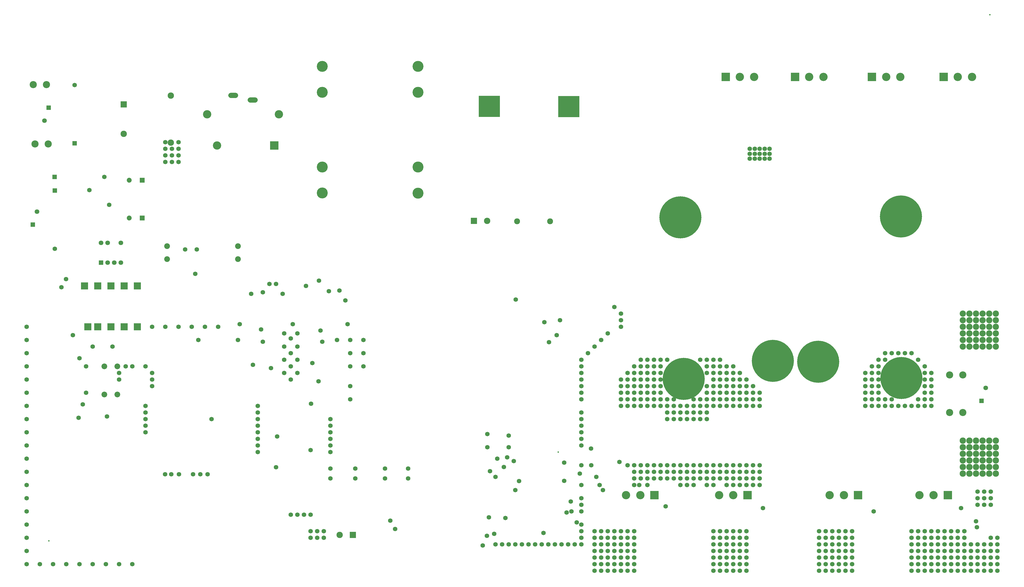
<source format=gbr>
G04 EAGLE Gerber RS-274X export*
G75*
%MOMM*%
%FSLAX34Y34*%
%LPD*%
%INSoldermask Bottom*%
%IPPOS*%
%AMOC8*
5,1,8,0,0,1.08239X$1,22.5*%
G01*
%ADD10C,0.553200*%
%ADD11C,2.203200*%
%ADD12R,1.879600X1.879600*%
%ADD13C,1.879600*%
%ADD14R,1.753200X1.753200*%
%ADD15C,1.753200*%
%ADD16R,1.803200X1.803200*%
%ADD17C,1.803200*%
%ADD18R,3.203200X3.203200*%
%ADD19C,3.203200*%
%ADD20C,2.286000*%
%ADD21C,16.203200*%
%ADD22R,2.743200X2.743200*%
%ADD23C,2.003200*%
%ADD24C,2.743200*%
%ADD25C,2.403200*%
%ADD26C,2.453200*%
%ADD27C,4.219200*%
%ADD28R,2.453200X2.453200*%
%ADD29R,8.203200X8.203200*%


D10*
X3755390Y2066290D03*
X2095500Y381000D03*
X135890Y39370D03*
D11*
X349650Y711200D03*
X399650Y711200D03*
X349650Y603250D03*
X399650Y603250D03*
D12*
X494900Y1282700D03*
D13*
X444900Y1282700D03*
D12*
X494900Y1428750D03*
D13*
X444900Y1428750D03*
D14*
X158750Y1388850D03*
D15*
X158750Y1163850D03*
D11*
X590550Y1174350D03*
X590550Y1124350D03*
X863600Y1174350D03*
X863600Y1124350D03*
D14*
X234950Y1570250D03*
D15*
X234950Y1795250D03*
D16*
X336550Y1111250D03*
D17*
X361950Y1111250D03*
X387350Y1111250D03*
X412750Y1111250D03*
X336550Y1187450D03*
X361950Y1187450D03*
X412750Y1187450D03*
D18*
X1003300Y1562100D03*
D19*
X783300Y1562100D03*
X1021300Y1682100D03*
X745300Y1682100D03*
D16*
X3723838Y578250D03*
D17*
X3739838Y628250D03*
D14*
X158450Y1441450D03*
D15*
X349550Y1441450D03*
D18*
X2739400Y1826530D03*
D19*
X2794000Y1826530D03*
X2848600Y1826530D03*
D18*
X3006100Y1826530D03*
D19*
X3060700Y1826530D03*
X3115300Y1826530D03*
D18*
X3301970Y1826530D03*
D19*
X3356570Y1826530D03*
X3411170Y1826530D03*
D18*
X3577600Y1826530D03*
D19*
X3632200Y1826530D03*
X3686800Y1826530D03*
D18*
X3248650Y214995D03*
D19*
X3194050Y214995D03*
X3139450Y214995D03*
D18*
X3593667Y214995D03*
D19*
X3539067Y214995D03*
X3484467Y214995D03*
D18*
X2465483Y214995D03*
D19*
X2410883Y214995D03*
X2356283Y214995D03*
D18*
X2823200Y214995D03*
D19*
X2768600Y214995D03*
X2714000Y214995D03*
D20*
X2063750Y1270000D03*
X1936750Y1270000D03*
D21*
X3415030Y666750D03*
X3094990Y728980D03*
X2921000Y732790D03*
X2578100Y662940D03*
X2565400Y1285240D03*
X3413760Y1289050D03*
D22*
X273050Y1021100D03*
X323850Y1021100D03*
X374650Y1021100D03*
X425450Y1021100D03*
X476250Y1021100D03*
X285750Y863600D03*
X323850Y863600D03*
X374650Y863600D03*
X425450Y863600D03*
X476250Y863600D03*
D23*
X911150Y1737000D02*
X929150Y1737000D01*
X854150Y1755500D02*
X836150Y1755500D01*
D24*
X133350Y1568450D03*
X82550Y1568450D03*
X3600450Y678226D03*
X3651250Y678226D03*
X3651250Y533036D03*
X3600450Y533036D03*
X76200Y1797050D03*
X127000Y1797050D03*
D25*
X3651250Y787400D03*
X3676650Y787400D03*
X3702050Y787400D03*
X3727450Y787400D03*
X3651250Y812800D03*
X3676650Y812800D03*
X3702050Y812800D03*
X3727450Y812800D03*
X3651250Y838200D03*
X3676650Y838200D03*
X3702050Y838200D03*
X3727450Y838200D03*
X3651250Y863600D03*
X3676650Y863600D03*
X3702050Y863600D03*
X3727450Y863600D03*
X3752850Y787400D03*
X3752850Y812800D03*
X3752850Y838200D03*
X3752850Y863600D03*
X3752850Y889000D03*
X3727450Y889000D03*
X3702050Y889000D03*
X3676650Y889000D03*
X3651250Y889000D03*
X3778250Y838200D03*
X3778250Y812800D03*
X3778250Y787400D03*
X3778250Y863600D03*
X3778250Y889000D03*
X3651250Y914400D03*
X3676650Y914400D03*
X3702050Y914400D03*
X3727450Y914400D03*
X3752850Y914400D03*
X3778250Y914400D03*
D26*
X3651250Y298450D03*
X3676650Y298450D03*
X3702050Y298450D03*
X3727450Y298450D03*
X3651250Y323850D03*
X3676650Y323850D03*
X3702050Y323850D03*
X3727450Y323850D03*
X3651250Y349250D03*
X3676650Y349250D03*
X3702050Y349250D03*
X3727450Y349250D03*
X3651250Y374650D03*
X3676650Y374650D03*
X3702050Y374650D03*
X3727450Y374650D03*
X3752850Y298450D03*
X3752850Y323850D03*
X3752850Y349250D03*
X3752850Y374650D03*
X3752850Y400050D03*
X3727450Y400050D03*
X3702050Y400050D03*
X3676650Y400050D03*
X3651250Y400050D03*
X3778250Y349250D03*
X3778250Y323850D03*
X3778250Y298450D03*
X3778250Y374650D03*
X3778250Y400050D03*
X3651250Y425450D03*
X3676650Y425450D03*
X3702050Y425450D03*
X3727450Y425450D03*
X3752850Y425450D03*
X3778250Y425450D03*
D27*
X1187450Y1866900D03*
X1187450Y1766824D03*
X1187450Y1479550D03*
X1187450Y1379474D03*
X1555750Y1478756D03*
X1555750Y1378680D03*
X1555750Y1866900D03*
X1555750Y1766824D03*
D16*
X135000Y1707750D03*
D17*
X119000Y1657750D03*
D28*
X423850Y1720700D03*
D26*
X423850Y1606700D03*
X604850Y1573200D03*
X604850Y1754200D03*
D16*
X74550Y1257700D03*
D17*
X90550Y1307700D03*
D28*
X1771436Y1271524D03*
D26*
X1822236Y1271524D03*
D28*
X1305520Y62230D03*
D26*
X1254720Y62230D03*
D29*
X1830070Y1713230D03*
X2136140Y1711960D03*
D15*
X292100Y1390650D03*
X2221230Y394970D03*
X2143760Y190500D03*
X3702050Y114300D03*
X2146300Y152400D03*
X3759200Y177800D03*
X3733800Y177800D03*
X3708400Y177800D03*
X3708400Y203200D03*
X3733800Y203200D03*
X3759200Y203200D03*
X3759200Y228600D03*
X3733800Y228600D03*
X3708400Y228600D03*
X1832610Y307340D03*
X2118360Y340360D03*
X2118360Y270510D03*
X1144270Y567690D03*
X1173480Y654050D03*
X1932225Y968475D03*
X2089150Y831850D03*
X2101850Y889000D03*
X1074420Y873760D03*
X1285240Y873760D03*
X1804670Y21590D03*
X1849120Y66040D03*
X2038350Y69850D03*
X582930Y295910D03*
X2059940Y804500D03*
X869950Y873760D03*
X607060Y295910D03*
X746760Y295910D03*
X718820Y295910D03*
X690880Y295910D03*
X636270Y295910D03*
X958850Y806450D03*
X1187450Y806450D03*
X1860550Y355600D03*
X1898650Y360680D03*
X1035050Y990600D03*
X1276350Y965200D03*
X699350Y1067650D03*
X584200Y1574800D03*
X584200Y1549400D03*
X584200Y1524000D03*
X584200Y1498600D03*
X609600Y1498600D03*
X609600Y1524000D03*
X609600Y1549400D03*
X635000Y1549400D03*
X635000Y1524000D03*
X635000Y1498600D03*
X635000Y1574800D03*
X1125220Y1021080D03*
X1174750Y1041400D03*
X914400Y990600D03*
X958850Y996950D03*
X2851150Y1549400D03*
X2870200Y1549400D03*
X2889250Y1549400D03*
X2908300Y1549400D03*
X2832100Y1549400D03*
X2832100Y1530350D03*
X2851150Y1530350D03*
X2870200Y1530350D03*
X2889250Y1530350D03*
X2908300Y1530350D03*
X2908300Y1511300D03*
X2889250Y1511300D03*
X2870200Y1511300D03*
X2851150Y1511300D03*
X2832100Y1511300D03*
X660400Y1162050D03*
X704850Y1162050D03*
X1009745Y1028700D03*
X984181Y1028700D03*
X1253490Y1003300D03*
X1212768Y1000760D03*
X2222500Y330200D03*
X3644900Y165100D03*
X2241550Y285750D03*
X3308350Y152400D03*
X2266950Y234950D03*
X2508250Y171532D03*
X2254250Y254000D03*
X2882900Y165100D03*
X3302000Y660400D03*
X3302000Y635000D03*
X3302000Y609600D03*
X3302000Y584200D03*
X3327400Y584200D03*
X3327400Y609600D03*
X3352800Y584200D03*
X3378200Y558800D03*
X3378200Y584200D03*
X3352800Y558800D03*
X3327400Y558800D03*
X3302000Y558800D03*
X3276600Y558800D03*
X3276600Y584200D03*
X3276600Y609600D03*
X3276600Y635000D03*
X3276600Y660400D03*
X3403600Y558800D03*
X3454400Y558800D03*
X3429000Y558800D03*
X3479800Y558800D03*
X3505200Y558800D03*
X3505200Y584200D03*
X3479800Y584200D03*
X3505200Y609600D03*
X3505200Y635000D03*
X3530600Y635000D03*
X3530600Y609600D03*
X3530600Y584200D03*
X3530600Y558800D03*
X3530600Y660400D03*
X3505200Y660400D03*
X3505200Y685800D03*
X3530600Y685800D03*
X3505200Y711200D03*
X3479800Y736600D03*
X3454400Y762000D03*
X3429000Y762000D03*
X3403600Y762000D03*
X3378200Y762000D03*
X3352800Y736600D03*
X3352800Y762000D03*
X3327400Y736600D03*
X3327400Y711200D03*
X3327400Y685800D03*
X3302000Y685800D03*
X3302000Y711200D03*
X3276600Y685800D03*
X3327400Y660400D03*
X3327400Y635000D03*
X2387600Y254000D03*
X2406650Y254000D03*
X2438400Y254000D03*
X2330450Y342900D03*
X2489200Y711200D03*
X2514600Y736600D03*
X2463800Y660400D03*
X2489200Y609600D03*
X2463800Y609600D03*
X2463800Y635000D03*
X2489200Y635000D03*
X2489200Y660400D03*
X2489200Y685800D03*
X2463800Y685800D03*
X2463800Y711200D03*
X2463800Y736600D03*
X2489200Y736600D03*
X2641600Y736600D03*
X2667000Y736600D03*
X2667000Y711200D03*
X2667000Y685800D03*
X2692400Y685800D03*
X2692400Y711200D03*
X2692400Y736600D03*
X2717800Y736600D03*
X2717800Y711200D03*
X2717800Y685800D03*
X2743200Y685800D03*
X2743200Y711200D03*
X2768600Y711200D03*
X2768600Y685800D03*
X2794000Y685800D03*
X2794000Y660400D03*
X2768600Y660400D03*
X2743200Y660400D03*
X2717800Y660400D03*
X2692400Y660400D03*
X2692400Y635000D03*
X2667000Y635000D03*
X2667000Y609600D03*
X2641600Y584200D03*
X2667000Y584200D03*
X2616200Y558800D03*
X2565400Y558800D03*
X2590800Y558800D03*
X2540000Y558800D03*
X2514600Y584200D03*
X2489200Y584200D03*
X2489200Y558800D03*
X2514600Y558800D03*
X2463800Y558800D03*
X2463800Y584200D03*
X2641600Y558800D03*
X2667000Y558800D03*
X2692400Y558800D03*
X2692400Y584200D03*
X2692400Y609600D03*
X2717800Y609600D03*
X2717800Y635000D03*
X2743200Y635000D03*
X2743200Y609600D03*
X2743200Y584200D03*
X2717800Y584200D03*
X2717800Y558800D03*
X2743200Y558800D03*
X2768600Y558800D03*
X2768600Y584200D03*
X2768600Y609600D03*
X2768600Y635000D03*
X2794000Y635000D03*
X2794000Y609600D03*
X2794000Y584200D03*
X2794000Y558800D03*
X2819400Y558800D03*
X2819400Y584200D03*
X2819400Y609600D03*
X2819400Y635000D03*
X2844800Y609600D03*
X2844800Y635000D03*
X2844800Y584200D03*
X2844800Y558800D03*
X2870200Y558800D03*
X2870200Y584200D03*
X2870200Y609600D03*
X2438400Y558800D03*
X2438400Y584200D03*
X2438400Y609600D03*
X2438400Y635000D03*
X2438400Y660400D03*
X2438400Y685800D03*
X2438400Y711200D03*
X2438400Y736600D03*
X2413000Y736600D03*
X2413000Y711200D03*
X2413000Y685800D03*
X2413000Y660400D03*
X2413000Y635000D03*
X2413000Y609600D03*
X2413000Y584200D03*
X2413000Y558800D03*
X2387600Y558800D03*
X2387600Y584200D03*
X2387600Y609600D03*
X2387600Y660400D03*
X2387600Y635000D03*
X2387600Y685800D03*
X2387600Y711200D03*
X2362200Y685800D03*
X2362200Y635000D03*
X2362200Y660400D03*
X2362200Y609600D03*
X2362200Y584200D03*
X2362200Y558800D03*
X2336800Y558800D03*
X2336800Y584200D03*
X2336800Y609600D03*
X2336800Y635000D03*
X2336800Y660400D03*
X2819400Y660400D03*
X2540000Y584200D03*
X2616200Y584200D03*
X2565400Y533400D03*
X2616200Y533400D03*
X2590800Y533400D03*
X2565400Y508000D03*
X2540000Y508000D03*
X2540000Y533400D03*
X2514600Y533400D03*
X2514600Y508000D03*
X2590800Y508000D03*
X2616200Y508000D03*
X2641600Y508000D03*
X2641600Y533400D03*
X2667000Y533400D03*
X2667000Y508000D03*
X2743200Y254000D03*
X2768600Y254000D03*
X2794000Y254000D03*
X2819400Y254000D03*
X2844800Y254000D03*
X2870200Y254000D03*
X2870200Y279400D03*
X2844800Y279400D03*
X2819400Y279400D03*
X2794000Y279400D03*
X2768600Y279400D03*
X2743200Y279400D03*
X2717800Y279400D03*
X2667000Y279400D03*
X2692400Y254000D03*
X2667000Y254000D03*
X2692400Y279400D03*
X2641600Y279400D03*
X2616200Y279400D03*
X2590800Y279400D03*
X2590800Y254000D03*
X2616200Y254000D03*
X2565400Y254000D03*
X2565400Y279400D03*
X2540000Y279400D03*
X2514600Y279400D03*
X2489200Y279400D03*
X2463800Y279400D03*
X2438400Y279400D03*
X2413000Y279400D03*
X2387600Y279400D03*
X2387600Y304800D03*
X2413000Y304800D03*
X2438400Y304800D03*
X2463800Y304800D03*
X2768600Y304800D03*
X2743200Y304800D03*
X2794000Y304800D03*
X2819400Y304800D03*
X2819400Y330200D03*
X2794000Y330200D03*
X2768600Y330200D03*
X2743200Y330200D03*
X2717800Y330200D03*
X2489200Y304800D03*
X2540000Y304800D03*
X2590800Y304800D03*
X2616200Y304800D03*
X2667000Y304800D03*
X2641600Y304800D03*
X2565400Y304800D03*
X2514600Y304800D03*
X2692400Y304800D03*
X2717800Y304800D03*
X2692400Y330200D03*
X2667000Y330200D03*
X2641600Y330200D03*
X2590800Y330200D03*
X2565400Y330200D03*
X2540000Y330200D03*
X2514600Y330200D03*
X2489200Y330200D03*
X2463800Y330200D03*
X2413000Y330200D03*
X2438400Y330200D03*
X2387600Y330200D03*
X2362200Y330200D03*
X2616200Y330200D03*
X2844800Y304800D03*
X2844800Y330200D03*
X2870200Y330200D03*
X2870200Y304800D03*
X1449070Y116840D03*
X1468120Y85090D03*
X1821180Y58420D03*
X1828800Y129540D03*
X1009650Y322580D03*
X1014095Y441325D03*
X254000Y742950D03*
X266700Y565150D03*
X228600Y831850D03*
X202308Y1047750D03*
X368300Y1333500D03*
X184150Y1016000D03*
X2260600Y76200D03*
X2260600Y50800D03*
X2260600Y25400D03*
X2286000Y25400D03*
X2286000Y50800D03*
X2286000Y76200D03*
X2311400Y76200D03*
X2311400Y50800D03*
X2311400Y25400D03*
X2336800Y25400D03*
X2336800Y50800D03*
X2336800Y76200D03*
X2235200Y76200D03*
X2235200Y50800D03*
X2235200Y25400D03*
X2362200Y25400D03*
X2362200Y50800D03*
X2362200Y76200D03*
X2387600Y76200D03*
X2387600Y50800D03*
X2387600Y25400D03*
X2692400Y76200D03*
X2717800Y76200D03*
X2743200Y76200D03*
X2768600Y76200D03*
X2768600Y50800D03*
X2743200Y50800D03*
X2717800Y50800D03*
X2692400Y50800D03*
X2692400Y25400D03*
X2717800Y25400D03*
X2743200Y25400D03*
X2768600Y25400D03*
X2794000Y25400D03*
X2794000Y50800D03*
X2794000Y76200D03*
X2819400Y76200D03*
X2819400Y50800D03*
X2819400Y25400D03*
X3657600Y76200D03*
X3657600Y50800D03*
X3657600Y25400D03*
X3683000Y25400D03*
X3708400Y25400D03*
X3733800Y25400D03*
X3759200Y25400D03*
X3759200Y50800D03*
X3632200Y76200D03*
X3606800Y76200D03*
X3556000Y76200D03*
X3581400Y76200D03*
X3530600Y76200D03*
X3505200Y76200D03*
X3479800Y76200D03*
X3454400Y76200D03*
X3632200Y50800D03*
X3632200Y25400D03*
X3606800Y25400D03*
X3606800Y50800D03*
X3581400Y50800D03*
X3556000Y50800D03*
X3530600Y50800D03*
X3479800Y50800D03*
X3505200Y50800D03*
X3454400Y50800D03*
X3454400Y25400D03*
X3479800Y25400D03*
X3530600Y25400D03*
X3556000Y25400D03*
X3581400Y25400D03*
X3505200Y25400D03*
X3098800Y76200D03*
X3124200Y76200D03*
X3149600Y76200D03*
X3175000Y76200D03*
X3200400Y76200D03*
X3200400Y50800D03*
X3175000Y50800D03*
X3149600Y50800D03*
X3124200Y50800D03*
X3098800Y50800D03*
X3098800Y25400D03*
X3149600Y25400D03*
X3124200Y25400D03*
X3175000Y25400D03*
X3200400Y25400D03*
X3225800Y25400D03*
X3225800Y50800D03*
X3225800Y76200D03*
X1944370Y269240D03*
X1924050Y346710D03*
X3705860Y91440D03*
X2166620Y110490D03*
X2042160Y881380D03*
X952500Y853200D03*
X1181100Y849630D03*
X2127250Y148590D03*
X2311400Y939800D03*
X2336800Y914400D03*
X2336800Y889000D03*
X2336800Y863600D03*
X2286000Y838200D03*
X2260600Y812800D03*
X2235200Y787400D03*
X2209800Y762000D03*
X2184400Y736600D03*
X2184400Y711200D03*
X2184400Y685800D03*
X2184400Y660400D03*
X2184400Y635000D03*
X2184400Y609600D03*
X2184400Y584200D03*
X2184400Y533400D03*
X2184400Y508000D03*
X2184400Y482600D03*
X2184400Y457200D03*
X2184400Y431800D03*
X2184400Y406400D03*
X2184400Y254000D03*
X2184400Y330200D03*
X2184400Y203200D03*
X2184400Y177800D03*
X2184400Y152400D03*
X2184400Y101600D03*
X2184400Y76200D03*
X2184400Y50800D03*
X2184400Y25400D03*
X2159000Y25400D03*
X2133600Y25400D03*
X2108200Y25400D03*
X2082800Y25400D03*
X2057400Y25400D03*
X2032000Y25400D03*
X2006600Y25400D03*
X1981200Y25400D03*
X1955800Y25400D03*
X1930400Y25400D03*
X1905000Y25400D03*
X1879600Y25400D03*
X1854200Y25400D03*
X1193800Y76200D03*
X1193800Y50800D03*
X1168400Y50800D03*
X1168400Y76200D03*
X1143000Y76200D03*
X1143000Y50800D03*
X457200Y-50800D03*
X50800Y152400D03*
X508000Y457200D03*
X762000Y508000D03*
X939800Y482600D03*
X711200Y812800D03*
X1066800Y819150D03*
X863600Y812800D03*
X1244600Y812800D03*
X304800Y787400D03*
X279400Y711200D03*
X1892300Y127000D03*
X1143000Y388620D03*
X2235200Y0D03*
X2260600Y0D03*
X2286000Y0D03*
X2311400Y0D03*
X2336800Y0D03*
X2362200Y0D03*
X2387600Y0D03*
X2387600Y-25400D03*
X2387600Y-50800D03*
X2387600Y-76200D03*
X2362200Y-76200D03*
X2336800Y-76200D03*
X2311400Y-76200D03*
X2286000Y-76200D03*
X2260600Y-76200D03*
X2260600Y-50800D03*
X2260600Y-25400D03*
X2286000Y-25400D03*
X2311400Y-25400D03*
X2336800Y-25400D03*
X2362200Y-25400D03*
X2362200Y-50800D03*
X2336800Y-50800D03*
X2311400Y-50800D03*
X2286000Y-50800D03*
X2692400Y0D03*
X2692400Y-25400D03*
X2692400Y-50800D03*
X2692400Y-76200D03*
X2717800Y-76200D03*
X2717800Y-50800D03*
X2717800Y-25400D03*
X2717800Y0D03*
X2743200Y0D03*
X2743200Y-25400D03*
X2743200Y-50800D03*
X2743200Y-76200D03*
X2768600Y-76200D03*
X2768600Y-50800D03*
X2768600Y-25400D03*
X2768600Y0D03*
X2794000Y0D03*
X2794000Y-25400D03*
X2794000Y-50800D03*
X2794000Y-76200D03*
X2819400Y0D03*
X2819400Y-25400D03*
X2819400Y-50800D03*
X2819400Y-76200D03*
X3098800Y0D03*
X3098800Y-25400D03*
X3124200Y0D03*
X3124200Y-25400D03*
X3124200Y-50800D03*
X3124200Y-76200D03*
X3098800Y-76200D03*
X3098800Y-50800D03*
X3149600Y-25400D03*
X3149600Y0D03*
X3149600Y-50800D03*
X3149600Y-76200D03*
X3175000Y-76200D03*
X3175000Y-50800D03*
X3175000Y-25400D03*
X3175000Y0D03*
X3200400Y0D03*
X3200400Y-25400D03*
X3200400Y-50800D03*
X3200400Y-76200D03*
X3225800Y-76200D03*
X3225800Y-50800D03*
X3225800Y-25400D03*
X3225800Y0D03*
X3454400Y0D03*
X3454400Y-25400D03*
X3454400Y-50800D03*
X3454400Y-76200D03*
X3479800Y-76200D03*
X3479800Y-50800D03*
X3479800Y-25400D03*
X3479800Y0D03*
X3505200Y0D03*
X3505200Y-25400D03*
X3505200Y-50800D03*
X3505200Y-76200D03*
X3530600Y-76200D03*
X3530600Y-50800D03*
X3530600Y-25400D03*
X3530600Y0D03*
X3556000Y0D03*
X3556000Y-25400D03*
X3556000Y-50800D03*
X3556000Y-76200D03*
X3581400Y-76200D03*
X3581400Y-50800D03*
X3581400Y-25400D03*
X3581400Y0D03*
X3606800Y0D03*
X3606800Y-25400D03*
X3606800Y-50800D03*
X3606800Y-76200D03*
X3632200Y-76200D03*
X3632200Y-50800D03*
X3632200Y-25400D03*
X3632200Y0D03*
X3657600Y0D03*
X3657600Y-25400D03*
X3657600Y-50800D03*
X3657600Y-76200D03*
X3683000Y-76200D03*
X3683000Y-50800D03*
X3683000Y-25400D03*
X3683000Y0D03*
X3708400Y0D03*
X3708400Y-25400D03*
X3708400Y-50800D03*
X3708400Y-76200D03*
X3733800Y-76200D03*
X3733800Y-50800D03*
X3733800Y-25400D03*
X3733800Y0D03*
X3759200Y0D03*
X3759200Y-25400D03*
X3759200Y-50800D03*
X3759200Y-76200D03*
X3784600Y-76200D03*
X3784600Y-50800D03*
X3784600Y-25400D03*
X3784600Y0D03*
X3784600Y25400D03*
X3784600Y50800D03*
X2235200Y-25400D03*
X2235200Y-50800D03*
X2235200Y-76200D03*
X533400Y863600D03*
X584200Y863600D03*
X635000Y863600D03*
X685800Y863600D03*
X736600Y863600D03*
X787400Y863600D03*
X50800Y863600D03*
X50800Y812800D03*
X50800Y762000D03*
X50800Y711200D03*
X50800Y660400D03*
X50800Y609600D03*
X50800Y558800D03*
X50800Y508000D03*
X50800Y457200D03*
X50800Y406400D03*
X50800Y355600D03*
X50800Y304800D03*
X50800Y254000D03*
X50800Y203200D03*
X50800Y101600D03*
X50800Y50800D03*
X50800Y0D03*
X50800Y-50800D03*
X101600Y-50800D03*
X152400Y-50800D03*
X203200Y-50800D03*
X254000Y-50800D03*
X304800Y-50800D03*
X355600Y-50800D03*
X406400Y-50800D03*
X939800Y508000D03*
X939800Y533400D03*
X939800Y558800D03*
X939800Y457200D03*
X939800Y431800D03*
X939800Y406400D03*
X939800Y381000D03*
X1219200Y508000D03*
X1219200Y482600D03*
X1219200Y457200D03*
X1219200Y431800D03*
X1219200Y406400D03*
X1219200Y381000D03*
X1295400Y635000D03*
X1295400Y584200D03*
X1066800Y762000D03*
X1066800Y711200D03*
X1066800Y660400D03*
X1041400Y685800D03*
X1041400Y736600D03*
X1041400Y787400D03*
X1041400Y838200D03*
X1092200Y838200D03*
X1092200Y787400D03*
X1092200Y736600D03*
X1092200Y685800D03*
X1295400Y762000D03*
X1346200Y711200D03*
X1295400Y711200D03*
X1295400Y812800D03*
X1346200Y762000D03*
X1346200Y812800D03*
X381000Y787400D03*
X279400Y609600D03*
X406400Y660400D03*
X533400Y685800D03*
X533400Y660400D03*
X533400Y635000D03*
X508000Y711200D03*
X457200Y711200D03*
X431800Y711200D03*
X406400Y685800D03*
X508000Y558800D03*
X508000Y508000D03*
X508000Y533400D03*
X508000Y482600D03*
X920750Y717550D03*
X990600Y704850D03*
X1149350Y723900D03*
X1143000Y139700D03*
X1117600Y139700D03*
X1092200Y139700D03*
X1066800Y139700D03*
X1219200Y317500D03*
X1314450Y317500D03*
X1428750Y317500D03*
X1517650Y317500D03*
X1314450Y279400D03*
X1219200Y279400D03*
X1428750Y279400D03*
X1517650Y279400D03*
X1822450Y400050D03*
X1905000Y400050D03*
X1905000Y444500D03*
X1822450Y450850D03*
X2178050Y298450D03*
X1885950Y323850D03*
X1854200Y285750D03*
X1930400Y234950D03*
X359410Y518160D03*
X250190Y513080D03*
M02*

</source>
